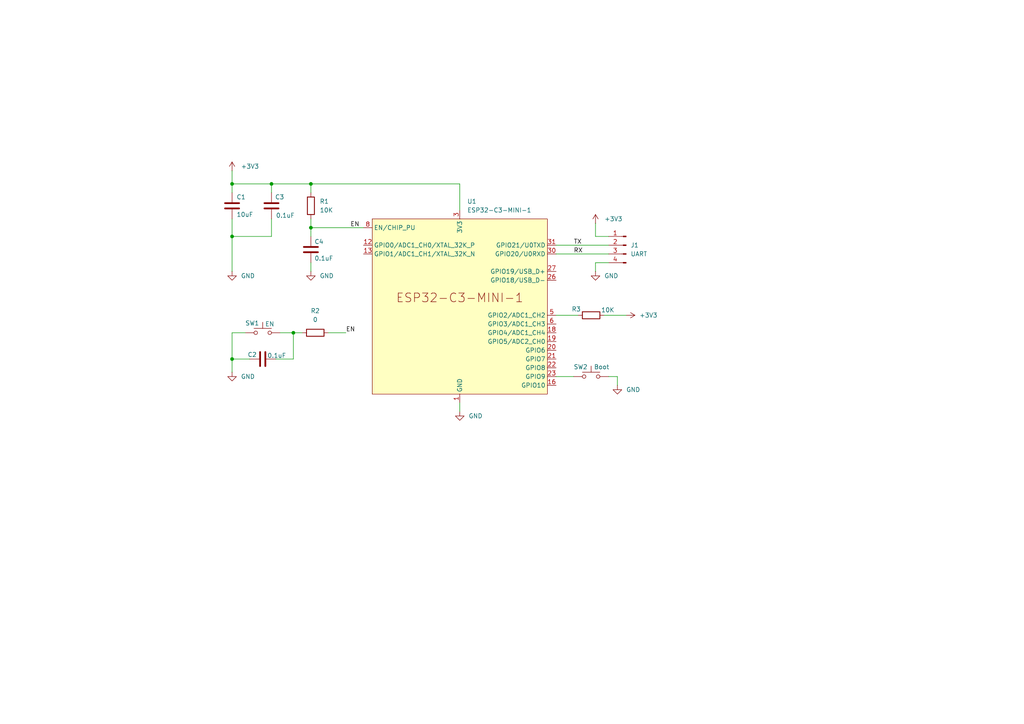
<source format=kicad_sch>
(kicad_sch (version 20250114) (generator "eeschema") (generator_version "9.0")
  (paper "A4")
  (lib_symbols
    (symbol "Connector:Conn_01x04_Pin" (pin_names (offset 1.016) (hide yes))
      (property "Reference" "J" (at 0 5.08 0))
      (property "Value" "Conn_01x04_Pin" (at 0 -7.62 0))
      (symbol "Conn_01x04_Pin_1_1"
        (rectangle (start 0.8636 2.667) (end 0 2.413) (stroke (width 0.1524)) (fill (type outline)))
        (rectangle (start 0.8636 0.127) (end 0 -0.127) (stroke (width 0.1524)) (fill (type outline)))
        (rectangle (start 0.8636 -2.413) (end 0 -2.667) (stroke (width 0.1524)) (fill (type outline)))
        (rectangle (start 0.8636 -4.953) (end 0 -5.207) (stroke (width 0.1524)) (fill (type outline)))
        (polyline (pts (xy 1.27 2.54) (xy 0.8636 2.54)) (stroke (width 0.1524)))
        (polyline (pts (xy 1.27 0) (xy 0.8636 0)) (stroke (width 0.1524)))
        (polyline (pts (xy 1.27 -2.54) (xy 0.8636 -2.54)) (stroke (width 0.1524)))
        (polyline (pts (xy 1.27 -5.08) (xy 0.8636 -5.08)) (stroke (width 0.1524)))
        (pin passive line (at 5.08 2.54 180) (length 3.81) (name "Pin_1") (number "1"))
        (pin passive line (at 5.08 0 180) (length 3.81) (name "Pin_2") (number "2"))
        (pin passive line (at 5.08 -2.54 180) (length 3.81) (name "Pin_3") (number "3"))
        (pin passive line (at 5.08 -5.08 180) (length 3.81) (name "Pin_4") (number "4"))
      )
    )
    (symbol "Device:C" (pin_numbers (hide yes)) (pin_names (offset 0.254))
      (property "Reference" "C" (at 0.635 2.54 0))
      (property "Value" "C" (at 0.635 -2.54 0))
      (symbol "C_0_1"
        (polyline (pts (xy -2.032 0.762) (xy 2.032 0.762)) (stroke (width 0.508)))
        (polyline (pts (xy -2.032 -0.762) (xy 2.032 -0.762)) (stroke (width 0.508)))
      )
      (symbol "C_1_1"
        (pin passive line (at 0 3.81 270) (length 2.794) (name "~") (number "1"))
        (pin passive line (at 0 -3.81 90) (length 2.794) (name "~") (number "2"))
      )
    )
    (symbol "Device:R" (pin_numbers (hide yes)) (pin_names (offset 0))
      (property "Reference" "R" (at 2.032 0 90))
      (property "Value" "R" (at 0 0 90))
      (symbol "R_0_1"
        (rectangle (start -1.016 -2.54) (end 1.016 2.54) (stroke (width 0.254)))
      )
      (symbol "R_1_1"
        (pin passive line (at 0 3.81 270) (length 1.27) (name "~") (number "1"))
        (pin passive line (at 0 -3.81 90) (length 1.27) (name "~") (number "2"))
      )
    )
    (symbol "PCM_Espressif:ESP32-C3-MINI-1"
      (property "Reference" "U" (at -25.4 30.48 0))
      (property "Value" "ESP32-C3-MINI-1" (at -25.4 27.94 0))
      (symbol "ESP32-C3-MINI-1_0_0"
        (text "ESP32-C3-MINI-1" (at 0 2.54 0) (effects (font (size 2.54 2.54))))
      )
      (symbol "ESP32-C3-MINI-1_0_1"
        (rectangle (start -25.4 25.4) (end 25.4 -25.4) (fill (type background)))
      )
      (symbol "ESP32-C3-MINI-1_1_1"
        (pin input line (at -27.94 22.86 0) (length 2.54) (name "EN/CHIP_PU") (number "8"))
        (pin bidirectional line (at -27.94 17.78 0) (length 2.54) (name "GPIO0/ADC1_CH0/XTAL_32K_P") (number "12"))
        (pin bidirectional line (at -27.94 15.24 0) (length 2.54) (name "GPIO1/ADC1_CH1/XTAL_32K_N") (number "13"))
        (pin no_connect line (at -25.4 10.16 0) (length 2.54) (hide yes) (name "NC") (number "4"))
        (pin no_connect line (at -25.4 7.62 0) (length 2.54) (hide yes) (name "NC") (number "7"))
        (pin no_connect line (at -25.4 5.08 0) (length 2.54) (hide yes) (name "NC") (number "9"))
        (pin no_connect line (at -25.4 2.54 0) (length 2.54) (hide yes) (name "NC") (number "10"))
        (pin no_connect line (at -25.4 0 0) (length 2.54) (hide yes) (name "NC") (number "15"))
        (pin no_connect line (at -25.4 -2.54 0) (length 2.54) (hide yes) (name "NC") (number "17"))
        (pin no_connect line (at -25.4 -5.08 0) (length 2.54) (hide yes) (name "NC") (number "24"))
        (pin no_connect line (at -25.4 -7.62 0) (length 2.54) (hide yes) (name "NC") (number "25"))
        (pin no_connect line (at -25.4 -10.16 0) (length 2.54) (hide yes) (name "NC") (number "28"))
        (pin no_connect line (at -25.4 -12.7 0) (length 2.54) (hide yes) (name "NC") (number "29"))
        (pin no_connect line (at -25.4 -15.24 0) (length 2.54) (hide yes) (name "NC") (number "32"))
        (pin no_connect line (at -25.4 -17.78 0) (length 2.54) (hide yes) (name "NC") (number "33"))
        (pin no_connect line (at -25.4 -20.32 0) (length 2.54) (hide yes) (name "NC") (number "34"))
        (pin no_connect line (at -25.4 -22.86 0) (length 2.54) (hide yes) (name "NC") (number "35"))
        (pin power_in line (at 0 27.94 270) (length 2.54) (name "3V3") (number "3"))
        (pin power_in line (at 0 -27.94 90) (length 2.54) (name "GND") (number "1"))
        (pin passive line (at 0 -27.94 90) (length 2.54) (hide yes) (name "GND") (number "11"))
        (pin passive line (at 0 -27.94 90) (length 2.54) (hide yes) (name "GND") (number "14"))
        (pin passive line (at 0 -27.94 90) (length 2.54) (hide yes) (name "GND") (number "2"))
        (pin passive line (at 0 -27.94 90) (length 2.54) (hide yes) (name "GND") (number "36"))
        (pin passive line (at 0 -27.94 90) (length 2.54) (hide yes) (name "GND") (number "37"))
        (pin passive line (at 0 -27.94 90) (length 2.54) (hide yes) (name "GND") (number "38"))
        (pin passive line (at 0 -27.94 90) (length 2.54) (hide yes) (name "GND") (number "39"))
        (pin passive line (at 0 -27.94 90) (length 2.54) (hide yes) (name "GND") (number "40"))
        (pin passive line (at 0 -27.94 90) (length 2.54) (hide yes) (name "GND") (number "41"))
        (pin passive line (at 0 -27.94 90) (length 2.54) (hide yes) (name "GND") (number "42"))
        (pin passive line (at 0 -27.94 90) (length 2.54) (hide yes) (name "GND") (number "43"))
        (pin passive line (at 0 -27.94 90) (length 2.54) (hide yes) (name "GND") (number "44"))
        (pin passive line (at 0 -27.94 90) (length 2.54) (hide yes) (name "GND") (number "45"))
        (pin passive line (at 0 -27.94 90) (length 2.54) (hide yes) (name "GND") (number "46"))
        (pin passive line (at 0 -27.94 90) (length 2.54) (hide yes) (name "GND") (number "47"))
        (pin passive line (at 0 -27.94 90) (length 2.54) (hide yes) (name "GND") (number "48"))
        (pin passive line (at 0 -27.94 90) (length 2.54) (hide yes) (name "GND") (number "49"))
        (pin passive line (at 0 -27.94 90) (length 2.54) (hide yes) (name "GND") (number "50"))
        (pin passive line (at 0 -27.94 90) (length 2.54) (hide yes) (name "GND") (number "51"))
        (pin passive line (at 0 -27.94 90) (length 2.54) (hide yes) (name "GND") (number "52"))
        (pin passive line (at 0 -27.94 90) (length 2.54) (hide yes) (name "GND") (number "53"))
        (pin bidirectional line (at 27.94 17.78 180) (length 2.54) (name "GPIO21/U0TXD") (number "31"))
        (pin bidirectional line (at 27.94 15.24 180) (length 2.54) (name "GPIO20/U0RXD") (number "30"))
        (pin bidirectional line (at 27.94 10.16 180) (length 2.54) (name "GPIO19/USB_D+") (number "27"))
        (pin bidirectional line (at 27.94 7.62 180) (length 2.54) (name "GPIO18/USB_D-") (number "26"))
        (pin bidirectional line (at 27.94 -2.54 180) (length 2.54) (name "GPIO2/ADC1_CH2") (number "5"))
        (pin bidirectional line (at 27.94 -5.08 180) (length 2.54) (name "GPIO3/ADC1_CH3") (number "6"))
        (pin bidirectional line (at 27.94 -7.62 180) (length 2.54) (name "GPIO4/ADC1_CH4") (number "18"))
        (pin bidirectional line (at 27.94 -10.16 180) (length 2.54) (name "GPIO5/ADC2_CH0") (number "19"))
        (pin bidirectional line (at 27.94 -12.7 180) (length 2.54) (name "GPIO6") (number "20"))
        (pin bidirectional line (at 27.94 -15.24 180) (length 2.54) (name "GPIO7") (number "21"))
        (pin bidirectional line (at 27.94 -17.78 180) (length 2.54) (name "GPIO8") (number "22"))
        (pin bidirectional line (at 27.94 -20.32 180) (length 2.54) (name "GPIO9") (number "23"))
        (pin bidirectional line (at 27.94 -22.86 180) (length 2.54) (name "GPIO10") (number "16"))
      )
    )
    (symbol "Switch:SW_Push" (pin_numbers (hide yes)) (pin_names (offset 1.016) (hide yes))
      (property "Reference" "SW" (at 1.27 2.54 0))
      (property "Value" "SW_Push" (at 0 -1.524 0))
      (symbol "SW_Push_0_1"
        (circle (center -2.032 0) (radius 0.508))
        (polyline (pts (xy 0 1.27) (xy 0 3.048)))
        (circle (center 2.032 0) (radius 0.508))
        (polyline (pts (xy 2.54 1.27) (xy -2.54 1.27)))
        (pin passive line (at -5.08 0 0) (length 2.54) (name "1") (number "1"))
        (pin passive line (at 5.08 0 180) (length 2.54) (name "2") (number "2"))
      )
    )
    (symbol "power:+3V3" (power) (pin_numbers (hide yes)) (pin_names (offset 0) (hide yes))
      (property "Value" "+3V3" (at 0 3.556 0))
      (symbol "+3V3_0_1"
        (polyline (pts (xy -0.762 1.27) (xy 0 2.54)))
        (polyline (pts (xy 0 2.54) (xy 0.762 1.27)))
        (polyline (pts (xy 0 0) (xy 0 2.54)))
      )
      (symbol "+3V3_1_1"
        (pin power_in line (at 0 0 90) (length 0) (name "~") (number "1"))
      )
    )
    (symbol "power:GND" (power) (pin_numbers (hide yes)) (pin_names (offset 0) (hide yes))
      (property "Value" "GND" (at 0 -3.81 0))
      (symbol "GND_0_1"
        (polyline (pts (xy 0 0) (xy 0 -1.27) (xy 1.27 -1.27) (xy 0 -2.54) (xy -1.27 -1.27) (xy 0 -1.27)))
      )
      (symbol "GND_1_1"
        (pin power_in line (at 0 0 270) (length 0) (name "~") (number "1"))
      )
    )
  )
  (junction (at 78.74 53.34))
  (junction (at 67.31 53.34))
  (junction (at 90.17 53.34))
  (junction (at 67.31 104.14))
  (junction (at 90.17 66.04))
  (junction (at 67.31 68.58))
  (junction (at 85.09 96.52))
  (wire (pts (xy 90.17 76.2) (xy 90.17 78.74)))
  (wire (pts (xy 90.17 63.5) (xy 90.17 66.04)))
  (wire (pts (xy 176.53 76.2) (xy 172.72 76.2)))
  (wire (pts (xy 172.72 76.2) (xy 172.72 78.74)))
  (wire (pts (xy 78.74 53.34) (xy 90.17 53.34)))
  (wire (pts (xy 161.29 73.66) (xy 176.53 73.66)))
  (wire (pts (xy 179.07 111.76) (xy 179.07 109.22)))
  (wire (pts (xy 90.17 66.04) (xy 90.17 68.58)))
  (wire (pts (xy 67.31 68.58) (xy 67.31 78.74)))
  (wire (pts (xy 90.17 53.34) (xy 133.35 53.34)))
  (wire (pts (xy 78.74 55.88) (xy 78.74 53.34)))
  (wire (pts (xy 105.41 66.04) (xy 90.17 66.04)))
  (wire (pts (xy 67.31 53.34) (xy 67.31 55.88)))
  (wire (pts (xy 81.28 96.52) (xy 85.09 96.52)))
  (wire (pts (xy 67.31 96.52) (xy 67.31 104.14)))
  (wire (pts (xy 78.74 63.5) (xy 78.74 68.58)))
  (wire (pts (xy 90.17 55.88) (xy 90.17 53.34)))
  (wire (pts (xy 172.72 64.77) (xy 172.72 68.58)))
  (wire (pts (xy 133.35 116.84) (xy 133.35 119.38)))
  (wire (pts (xy 95.25 96.52) (xy 100.33 96.52)))
  (wire (pts (xy 78.74 68.58) (xy 67.31 68.58)))
  (wire (pts (xy 71.12 96.52) (xy 67.31 96.52)))
  (wire (pts (xy 80.01 104.14) (xy 85.09 104.14)))
  (wire (pts (xy 179.07 109.22) (xy 176.53 109.22)))
  (wire (pts (xy 85.09 104.14) (xy 85.09 96.52)))
  (wire (pts (xy 85.09 96.52) (xy 87.63 96.52)))
  (wire (pts (xy 67.31 104.14) (xy 67.31 107.95)))
  (wire (pts (xy 161.29 71.12) (xy 176.53 71.12)))
  (wire (pts (xy 175.26 91.44) (xy 181.61 91.44)))
  (wire (pts (xy 161.29 91.44) (xy 167.64 91.44)))
  (wire (pts (xy 133.35 53.34) (xy 133.35 60.96)))
  (wire (pts (xy 72.39 104.14) (xy 67.31 104.14)))
  (wire (pts (xy 161.29 109.22) (xy 166.37 109.22)))
  (wire (pts (xy 172.72 68.58) (xy 176.53 68.58)))
  (wire (pts (xy 67.31 68.58) (xy 67.31 63.5)))
  (wire (pts (xy 78.74 53.34) (xy 67.31 53.34)))
  (wire (pts (xy 67.31 49.53) (xy 67.31 53.34)))
  (label "EN" (at 101.6 66.04 0))
  (label "RX" (at 166.37 73.66 0))
  (label "EN" (at 100.33 96.52 0))
  (label "TX" (at 166.37 71.12 0))
  (symbol (lib_id "power:+3V3") (at 67.31 49.53 0) (unit 1)
    (property "Reference" "#PWR01" (effects (hide yes)))
    (property "Value" "+3V3" (at 69.85 48.2599 0) (effects (justify left)))
    (property "Description" "Power symbol creates a global label with name \"+3V3\"" (effects (hide yes)))
  )
  (symbol (lib_id "Device:R") (at 90.17 59.69 0) (unit 1)
    (property "Reference" "R1" (at 92.71 58.4199 0) (effects (justify left)))
    (property "Value" "10K" (at 92.71 60.9599 0) (effects (justify left)))
    (property "Footprint" "Resistor_SMD:R_0805_2012Metric" (effects (hide yes)))
    (property "Description" "Resistor" (effects (hide yes)))
  )
  (symbol (lib_id "Device:R") (at 91.44 96.52 90) (unit 1)
    (property "Reference" "R3" (at 91.44 90.17 90))
    (property "Value" "0" (at 91.44 92.71 90))
    (property "Footprint" "Resistor_SMD:R_0805_2012Metric" (effects (hide yes)))
    (property "Description" "Resistor" (effects (hide yes)))
    (instances (project "" (path "" (reference "R2") (unit 1))) (project "wled" (path "" (reference "R3") (unit 1))))
  )
  (symbol (lib_id "Switch:SW_Push") (at 171.45 109.22 0) (unit 1)
    (property "Reference" "SW2" (at 168.402 106.426 0))
    (property "Value" "Boot" (at 174.498 106.426 0))
    (property "Footprint" "Button_Switch_SMD:SW_Push_SPST_NO_Alps_SKRK" (effects (hide yes)))
    (property "Description" "Push button switch, generic, two pins" (effects (hide yes)))
  )
  (symbol (lib_id "Device:C") (at 78.74 59.69 0) (unit 1)
    (property "Reference" "C2" (at 79.756 57.15 0) (effects (justify left)))
    (property "Value" "0.1uF" (at 80.01 62.484 0) (effects (justify left)))
    (property "Footprint" "Capacitor_SMD:C_0805_2012Metric" (effects (hide yes)))
    (property "Description" "Unpolarized capacitor" (effects (hide yes)))
    (instances (project "" (path "" (reference "C3") (unit 1))) (project "wled" (path "" (reference "C2") (unit 1))))
  )
  (symbol (lib_id "power:GND") (at 67.31 107.95 0) (unit 1)
    (property "Reference" "#PWR05" (effects (hide yes)))
    (property "Value" "GND" (at 69.85 109.2199 0) (effects (justify left)))
    (property "Description" "Power symbol creates a global label with name \"GND\" , ground" (effects (hide yes)))
  )
  (symbol (lib_id "power:GND") (at 133.35 119.38 0) (unit 1)
    (property "Reference" "#PWR07" (effects (hide yes)))
    (property "Value" "GND" (at 135.89 120.6499 0) (effects (justify left)))
    (property "Description" "Power symbol creates a global label with name \"GND\" , ground" (effects (hide yes)))
  )
  (symbol (lib_id "Device:R") (at 171.45 91.44 90) (unit 1)
    (property "Reference" "R2" (at 167.132 89.662 90))
    (property "Value" "10K" (at 176.276 89.916 90))
    (property "Footprint" "Resistor_SMD:R_0805_2012Metric" (effects (hide yes)))
    (property "Description" "Resistor" (effects (hide yes)))
    (instances (project "" (path "" (reference "R3") (unit 1))) (project "wled" (path "" (reference "R2") (unit 1))))
  )
  (symbol (lib_id "power:GND") (at 179.07 111.76 0) (unit 1)
    (property "Reference" "#PWR06" (effects (hide yes)))
    (property "Value" "GND" (at 181.61 113.0299 0) (effects (justify left)))
    (property "Description" "Power symbol creates a global label with name \"GND\" , ground" (effects (hide yes)))
  )
  (symbol (lib_id "power:GND") (at 67.31 78.74 0) (unit 1)
    (property "Reference" "#PWR02" (effects (hide yes)))
    (property "Value" "GND" (at 69.85 80.0099 0) (effects (justify left)))
    (property "Description" "Power symbol creates a global label with name \"GND\" , ground" (effects (hide yes)))
  )
  (symbol (lib_id "power:+3V3") (at 172.72 64.77 0) (unit 1)
    (property "Reference" "#PWR09" (effects (hide yes)))
    (property "Value" "+3V3" (at 175.26 63.4999 0) (effects (justify left)))
    (property "Description" "Power symbol creates a global label with name \"+3V3\"" (effects (hide yes)))
  )
  (symbol (lib_id "Device:C") (at 67.31 59.69 0) (unit 1)
    (property "Reference" "C1" (at 68.58 57.15 0) (effects (justify left)))
    (property "Value" "10uF" (at 68.58 62.23 0) (effects (justify left)))
    (property "Footprint" "Capacitor_SMD:C_0805_2012Metric" (effects (hide yes)))
    (property "Description" "Unpolarized capacitor" (effects (hide yes)))
  )
  (symbol (lib_id "power:GND") (at 90.17 78.74 0) (unit 1)
    (property "Reference" "#PWR03" (effects (hide yes)))
    (property "Value" "GND" (at 92.71 80.0099 0) (effects (justify left)))
    (property "Description" "Power symbol creates a global label with name \"GND\" , ground" (effects (hide yes)))
  )
  (symbol (lib_id "power:GND") (at 172.72 78.74 0) (unit 1)
    (property "Reference" "#PWR08" (effects (hide yes)))
    (property "Value" "GND" (at 175.26 80.0099 0) (effects (justify left)))
    (property "Description" "Power symbol creates a global label with name \"GND\" , ground" (effects (hide yes)))
  )
  (symbol (lib_id "power:+3V3") (at 181.61 91.44 270) (unit 1)
    (property "Reference" "#PWR04" (effects (hide yes)))
    (property "Value" "+3V3" (at 185.42 91.4399 90) (effects (justify left)))
    (property "Description" "Power symbol creates a global label with name \"+3V3\"" (effects (hide yes)))
  )
  (symbol (lib_id "Switch:SW_Push") (at 76.2 96.52 0) (unit 1)
    (property "Reference" "SW1" (at 73.152 93.726 0))
    (property "Value" "EN" (at 78.232 93.98 0))
    (property "Footprint" "Button_Switch_SMD:SW_Push_SPST_NO_Alps_SKRK" (effects (hide yes)))
    (property "Description" "Push button switch, generic, two pins" (effects (hide yes)))
  )
  (symbol (lib_id "PCM_Espressif:ESP32-C3-MINI-1") (at 133.35 88.9 0) (unit 1)
    (property "Reference" "U1" (at 135.4933 58.42 0) (effects (justify left)))
    (property "Value" "ESP32-C3-MINI-1" (at 135.4933 60.96 0) (effects (justify left)))
    (property "Footprint" "PCM_Espressif:ESP32-C3-MINI-1" (effects (hide yes)))
    (property "Datasheet" "https://www.espressif.com/sites/default/files/documentation/esp32-c3-mini-1_datasheet_en.pdf" (effects (hide yes)))
    (property "Description" "ESP32-C3-MINI-1 family is an ultra-low-power MCU-based SoC solution that supports 2.4 GHz Wi-Fi and Bluetooth®Low Energy (Bluetooth LE)." (effects (hide yes)))
  )
  (symbol (lib_id "Device:C") (at 76.2 104.14 90) (unit 1)
    (property "Reference" "C4" (at 73.152 102.87 90))
    (property "Value" "0.1uF" (at 80.264 103.124 90))
    (property "Footprint" "Capacitor_SMD:C_0805_2012Metric" (effects (hide yes)))
    (property "Description" "Unpolarized capacitor" (effects (hide yes)))
    (instances (project "" (path "" (reference "C2") (unit 1))) (project "wled" (path "" (reference "C4") (unit 1))))
  )
  (symbol (lib_id "Connector:Conn_01x04_Pin") (at 181.61 71.12 0) (mirror y) (unit 1)
    (property "Reference" "J1" (at 182.88 71.1199 0) (effects (justify right)))
    (property "Value" "UART" (at 182.88 73.6599 0) (effects (justify right)))
    (property "Footprint" "Connector_PinHeader_2.54mm:PinHeader_1x04_P2.54mm_Vertical" (effects (hide yes)))
    (property "Description" "Generic connector, single row, 01x04, script generated" (effects (hide yes)))
  )
  (symbol (lib_id "Device:C") (at 90.17 72.39 0) (unit 1)
    (property "Reference" "C3" (at 91.186 70.104 0) (effects (justify left)))
    (property "Value" "0.1uF" (at 91.186 74.93 0) (effects (justify left)))
    (property "Footprint" "Capacitor_SMD:C_0805_2012Metric" (effects (hide yes)))
    (property "Description" "Unpolarized capacitor" (effects (hide yes)))
    (instances (project "" (path "" (reference "C4") (unit 1))) (project "wled" (path "" (reference "C3") (unit 1))))
  )
)
</source>
